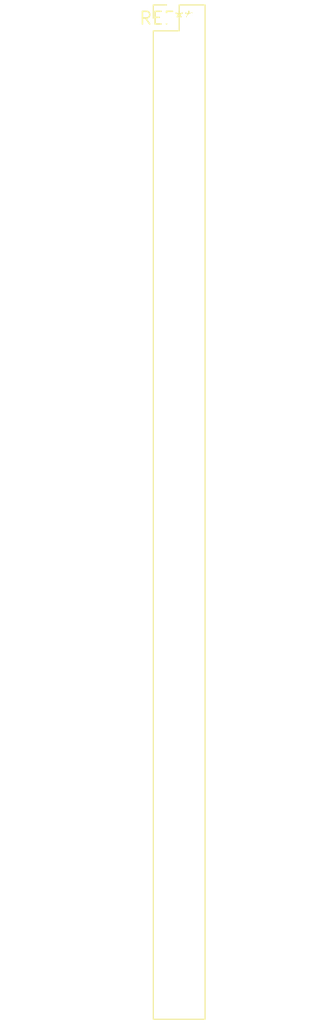
<source format=kicad_pcb>
(kicad_pcb (version 20240108) (generator pcbnew)
  (layers (0 "F.Cu" signal) (31 "B.Cu" signal) (34 "B.Paste" user) (35 "F.Paste" user) (36 "B.SilkS" user "B.Silkscreen") (37 "F.SilkS" user "F.Silkscreen") (38 "B.Mask" user) (39 "F.Mask" user) (44 "Edge.Cuts" user))
  (net 0 "")
  (footprint "PinHeader_2x40_P2.54mm_Vertical" (layer "F.Cu") (at 0 0)
    (property "Reference" "REF**")
    (property "Value" "PinHeader_2x40_P2.54mm_Vertical")
    (fp_line (start -1.33 -1.33) (end 0 -1.33) (layer "F.SilkS") (stroke (width 0.12)))
    (fp_line (start -1.33 0) (end -1.33 -1.33) (layer "F.SilkS") (stroke (width 0.12)))
    (fp_line (start -1.33 1.27) (end -1.33 100.39) (layer "F.SilkS") (stroke (width 0.12)))
    (fp_line (start -1.33 1.27) (end 1.27 1.27) (layer "F.SilkS") (stroke (width 0.12)))
    (fp_line (start -1.33 100.39) (end 3.87 100.39) (layer "F.SilkS") (stroke (width 0.12)))
    (fp_line (start 1.27 -1.33) (end 3.87 -1.33) (layer "F.SilkS") (stroke (width 0.12)))
    (fp_line (start 1.27 1.27) (end 1.27 -1.33) (layer "F.SilkS") (stroke (width 0.12)))
    (fp_line (start 3.87 -1.33) (end 3.87 100.39) (layer "F.SilkS") (stroke (width 0.12)))
    (pad "1" thru_hole rect (at 0 0) (size 1.7 1.7) (drill 1) (layers *.Cu *.Mask) (remove_unused_layers))
    (pad "2" thru_hole oval (at 2.54 0) (size 1.7 1.7) (drill 1) (layers *.Cu *.Mask) (remove_unused_layers))
    (pad "3" thru_hole oval (at 0 2.54) (size 1.7 1.7) (drill 1) (layers *.Cu *.Mask) (remove_unused_layers))
    (pad "4" thru_hole oval (at 2.54 2.54) (size 1.7 1.7) (drill 1) (layers *.Cu *.Mask) (remove_unused_layers))
    (pad "5" thru_hole oval (at 0 5.08) (size 1.7 1.7) (drill 1) (layers *.Cu *.Mask) (remove_unused_layers))
    (pad "6" thru_hole oval (at 2.54 5.08) (size 1.7 1.7) (drill 1) (layers *.Cu *.Mask) (remove_unused_layers))
    (pad "7" thru_hole oval (at 0 7.62) (size 1.7 1.7) (drill 1) (layers *.Cu *.Mask) (remove_unused_layers))
    (pad "8" thru_hole oval (at 2.54 7.62) (size 1.7 1.7) (drill 1) (layers *.Cu *.Mask) (remove_unused_layers))
    (pad "9" thru_hole oval (at 0 10.16) (size 1.7 1.7) (drill 1) (layers *.Cu *.Mask) (remove_unused_layers))
    (pad "10" thru_hole oval (at 2.54 10.16) (size 1.7 1.7) (drill 1) (layers *.Cu *.Mask) (remove_unused_layers))
    (pad "11" thru_hole oval (at 0 12.7) (size 1.7 1.7) (drill 1) (layers *.Cu *.Mask) (remove_unused_layers))
    (pad "12" thru_hole oval (at 2.54 12.7) (size 1.7 1.7) (drill 1) (layers *.Cu *.Mask) (remove_unused_layers))
    (pad "13" thru_hole oval (at 0 15.24) (size 1.7 1.7) (drill 1) (layers *.Cu *.Mask) (remove_unused_layers))
    (pad "14" thru_hole oval (at 2.54 15.24) (size 1.7 1.7) (drill 1) (layers *.Cu *.Mask) (remove_unused_layers))
    (pad "15" thru_hole oval (at 0 17.78) (size 1.7 1.7) (drill 1) (layers *.Cu *.Mask) (remove_unused_layers))
    (pad "16" thru_hole oval (at 2.54 17.78) (size 1.7 1.7) (drill 1) (layers *.Cu *.Mask) (remove_unused_layers))
    (pad "17" thru_hole oval (at 0 20.32) (size 1.7 1.7) (drill 1) (layers *.Cu *.Mask) (remove_unused_layers))
    (pad "18" thru_hole oval (at 2.54 20.32) (size 1.7 1.7) (drill 1) (layers *.Cu *.Mask) (remove_unused_layers))
    (pad "19" thru_hole oval (at 0 22.86) (size 1.7 1.7) (drill 1) (layers *.Cu *.Mask) (remove_unused_layers))
    (pad "20" thru_hole oval (at 2.54 22.86) (size 1.7 1.7) (drill 1) (layers *.Cu *.Mask) (remove_unused_layers))
    (pad "21" thru_hole oval (at 0 25.4) (size 1.7 1.7) (drill 1) (layers *.Cu *.Mask) (remove_unused_layers))
    (pad "22" thru_hole oval (at 2.54 25.4) (size 1.7 1.7) (drill 1) (layers *.Cu *.Mask) (remove_unused_layers))
    (pad "23" thru_hole oval (at 0 27.94) (size 1.7 1.7) (drill 1) (layers *.Cu *.Mask) (remove_unused_layers))
    (pad "24" thru_hole oval (at 2.54 27.94) (size 1.7 1.7) (drill 1) (layers *.Cu *.Mask) (remove_unused_layers))
    (pad "25" thru_hole oval (at 0 30.48) (size 1.7 1.7) (drill 1) (layers *.Cu *.Mask) (remove_unused_layers))
    (pad "26" thru_hole oval (at 2.54 30.48) (size 1.7 1.7) (drill 1) (layers *.Cu *.Mask) (remove_unused_layers))
    (pad "27" thru_hole oval (at 0 33.02) (size 1.7 1.7) (drill 1) (layers *.Cu *.Mask) (remove_unused_layers))
    (pad "28" thru_hole oval (at 2.54 33.02) (size 1.7 1.7) (drill 1) (layers *.Cu *.Mask) (remove_unused_layers))
    (pad "29" thru_hole oval (at 0 35.56) (size 1.7 1.7) (drill 1) (layers *.Cu *.Mask) (remove_unused_layers))
    (pad "30" thru_hole oval (at 2.54 35.56) (size 1.7 1.7) (drill 1) (layers *.Cu *.Mask) (remove_unused_layers))
    (pad "31" thru_hole oval (at 0 38.1) (size 1.7 1.7) (drill 1) (layers *.Cu *.Mask) (remove_unused_layers))
    (pad "32" thru_hole oval (at 2.54 38.1) (size 1.7 1.7) (drill 1) (layers *.Cu *.Mask) (remove_unused_layers))
    (pad "33" thru_hole oval (at 0 40.64) (size 1.7 1.7) (drill 1) (layers *.Cu *.Mask) (remove_unused_layers))
    (pad "34" thru_hole oval (at 2.54 40.64) (size 1.7 1.7) (drill 1) (layers *.Cu *.Mask) (remove_unused_layers))
    (pad "35" thru_hole oval (at 0 43.18) (size 1.7 1.7) (drill 1) (layers *.Cu *.Mask) (remove_unused_layers))
    (pad "36" thru_hole oval (at 2.54 43.18) (size 1.7 1.7) (drill 1) (layers *.Cu *.Mask) (remove_unused_layers))
    (pad "37" thru_hole oval (at 0 45.72) (size 1.7 1.7) (drill 1) (layers *.Cu *.Mask) (remove_unused_layers))
    (pad "38" thru_hole oval (at 2.54 45.72) (size 1.7 1.7) (drill 1) (layers *.Cu *.Mask) (remove_unused_layers))
    (pad "39" thru_hole oval (at 0 48.26) (size 1.7 1.7) (drill 1) (layers *.Cu *.Mask) (remove_unused_layers))
    (pad "40" thru_hole oval (at 2.54 48.26) (size 1.7 1.7) (drill 1) (layers *.Cu *.Mask) (remove_unused_layers))
    (pad "41" thru_hole oval (at 0 50.8) (size 1.7 1.7) (drill 1) (layers *.Cu *.Mask) (remove_unused_layers))
    (pad "42" thru_hole oval (at 2.54 50.8) (size 1.7 1.7) (drill 1) (layers *.Cu *.Mask) (remove_unused_layers))
    (pad "43" thru_hole oval (at 0 53.34) (size 1.7 1.7) (drill 1) (layers *.Cu *.Mask) (remove_unused_layers))
    (pad "44" thru_hole oval (at 2.54 53.34) (size 1.7 1.7) (drill 1) (layers *.Cu *.Mask) (remove_unused_layers))
    (pad "45" thru_hole oval (at 0 55.88) (size 1.7 1.7) (drill 1) (layers *.Cu *.Mask) (remove_unused_layers))
    (pad "46" thru_hole oval (at 2.54 55.88) (size 1.7 1.7) (drill 1) (layers *.Cu *.Mask) (remove_unused_layers))
    (pad "47" thru_hole oval (at 0 58.42) (size 1.7 1.7) (drill 1) (layers *.Cu *.Mask) (remove_unused_layers))
    (pad "48" thru_hole oval (at 2.54 58.42) (size 1.7 1.7) (drill 1) (layers *.Cu *.Mask) (remove_unused_layers))
    (pad "49" thru_hole oval (at 0 60.96) (size 1.7 1.7) (drill 1) (layers *.Cu *.Mask) (remove_unused_layers))
    (pad "50" thru_hole oval (at 2.54 60.96) (size 1.7 1.7) (drill 1) (layers *.Cu *.Mask) (remove_unused_layers))
    (pad "51" thru_hole oval (at 0 63.5) (size 1.7 1.7) (drill 1) (layers *.Cu *.Mask) (remove_unused_layers))
    (pad "52" thru_hole oval (at 2.54 63.5) (size 1.7 1.7) (drill 1) (layers *.Cu *.Mask) (remove_unused_layers))
    (pad "53" thru_hole oval (at 0 66.04) (size 1.7 1.7) (drill 1) (layers *.Cu *.Mask) (remove_unused_layers))
    (pad "54" thru_hole oval (at 2.54 66.04) (size 1.7 1.7) (drill 1) (layers *.Cu *.Mask) (remove_unused_layers))
    (pad "55" thru_hole oval (at 0 68.58) (size 1.7 1.7) (drill 1) (layers *.Cu *.Mask) (remove_unused_layers))
    (pad "56" thru_hole oval (at 2.54 68.58) (size 1.7 1.7) (drill 1) (layers *.Cu *.Mask) (remove_unused_layers))
    (pad "57" thru_hole oval (at 0 71.12) (size 1.7 1.7) (drill 1) (layers *.Cu *.Mask) (remove_unused_layers))
    (pad "58" thru_hole oval (at 2.54 71.12) (size 1.7 1.7) (drill 1) (layers *.Cu *.Mask) (remove_unused_layers))
    (pad "59" thru_hole oval (at 0 73.66) (size 1.7 1.7) (drill 1) (layers *.Cu *.Mask) (remove_unused_layers))
    (pad "60" thru_hole oval (at 2.54 73.66) (size 1.7 1.7) (drill 1) (layers *.Cu *.Mask) (remove_unused_layers))
    (pad "61" thru_hole oval (at 0 76.2) (size 1.7 1.7) (drill 1) (layers *.Cu *.Mask) (remove_unused_layers))
    (pad "62" thru_hole oval (at 2.54 76.2) (size 1.7 1.7) (drill 1) (layers *.Cu *.Mask) (remove_unused_layers))
    (pad "63" thru_hole oval (at 0 78.74) (size 1.7 1.7) (drill 1) (layers *.Cu *.Mask) (remove_unused_layers))
    (pad "64" thru_hole oval (at 2.54 78.74) (size 1.7 1.7) (drill 1) (layers *.Cu *.Mask) (remove_unused_layers))
    (pad "65" thru_hole oval (at 0 81.28) (size 1.7 1.7) (drill 1) (layers *.Cu *.Mask) (remove_unused_layers))
    (pad "66" thru_hole oval (at 2.54 81.28) (size 1.7 1.7) (drill 1) (layers *.Cu *.Mask) (remove_unused_layers))
    (pad "67" thru_hole oval (at 0 83.82) (size 1.7 1.7) (drill 1) (layers *.Cu *.Mask) (remove_unused_layers))
    (pad "68" thru_hole oval (at 2.54 83.82) (size 1.7 1.7) (drill 1) (layers *.Cu *.Mask) (remove_unused_layers))
    (pad "69" thru_hole oval (at 0 86.36) (size 1.7 1.7) (drill 1) (layers *.Cu *.Mask) (remove_unused_layers))
    (pad "70" thru_hole oval (at 2.54 86.36) (size 1.7 1.7) (drill 1) (layers *.Cu *.Mask) (remove_unused_layers))
    (pad "71" thru_hole oval (at 0 88.9) (size 1.7 1.7) (drill 1) (layers *.Cu *.Mask) (remove_unused_layers))
    (pad "72" thru_hole oval (at 2.54 88.9) (size 1.7 1.7) (drill 1) (layers *.Cu *.Mask) (remove_unused_layers))
    (pad "73" thru_hole oval (at 0 91.44) (size 1.7 1.7) (drill 1) (layers *.Cu *.Mask) (remove_unused_layers))
    (pad "74" thru_hole oval (at 2.54 91.44) (size 1.7 1.7) (drill 1) (layers *.Cu *.Mask) (remove_unused_layers))
    (pad "75" thru_hole oval (at 0 93.98) (size 1.7 1.7) (drill 1) (layers *.Cu *.Mask) (remove_unused_layers))
    (pad "76" thru_hole oval (at 2.54 93.98) (size 1.7 1.7) (drill 1) (layers *.Cu *.Mask) (remove_unused_layers))
    (pad "77" thru_hole oval (at 0 96.52) (size 1.7 1.7) (drill 1) (layers *.Cu *.Mask) (remove_unused_layers))
    (pad "78" thru_hole oval (at 2.54 96.52) (size 1.7 1.7) (drill 1) (layers *.Cu *.Mask) (remove_unused_layers))
    (pad "79" thru_hole oval (at 0 99.06) (size 1.7 1.7) (drill 1) (layers *.Cu *.Mask) (remove_unused_layers))
    (pad "80" thru_hole oval (at 2.54 99.06) (size 1.7 1.7) (drill 1) (layers *.Cu *.Mask) (remove_unused_layers))
  )
)
</source>
